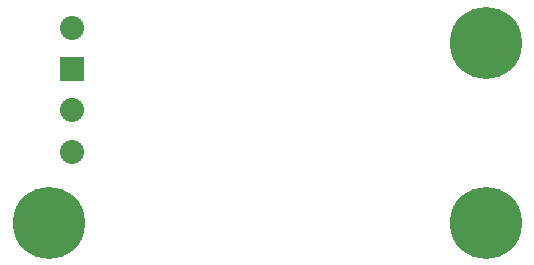
<source format=gbs>
G04 DipTrace 2.4.0.2*
%INBottomMask.GBS*%
%MOMM*%
%ADD18C,2.032*%
%ADD19R,2.032X2.032*%
%ADD23C,6.102*%
%FSLAX53Y53*%
G04*
G71*
G90*
G75*
G01*
%LNBotMask*%
%LPD*%
D18*
X12000Y-13750D3*
D19*
Y-17250D3*
D18*
Y-20750D3*
Y-24250D3*
D23*
X47000Y-15000D3*
Y-30250D3*
X10000D3*
M02*

</source>
